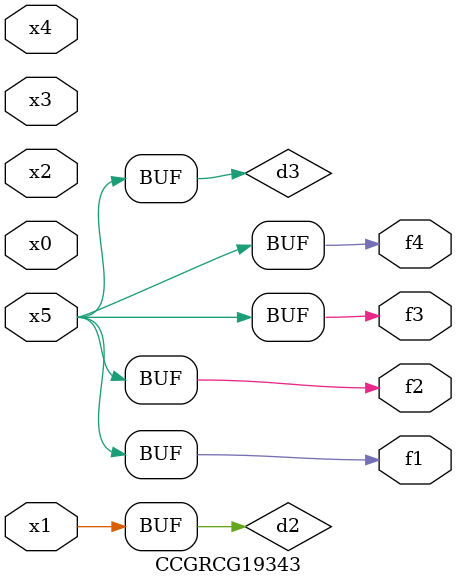
<source format=v>
module CCGRCG19343(
	input x0, x1, x2, x3, x4, x5,
	output f1, f2, f3, f4
);

	wire d1, d2, d3;

	not (d1, x5);
	or (d2, x1);
	xnor (d3, d1);
	assign f1 = d3;
	assign f2 = d3;
	assign f3 = d3;
	assign f4 = d3;
endmodule

</source>
